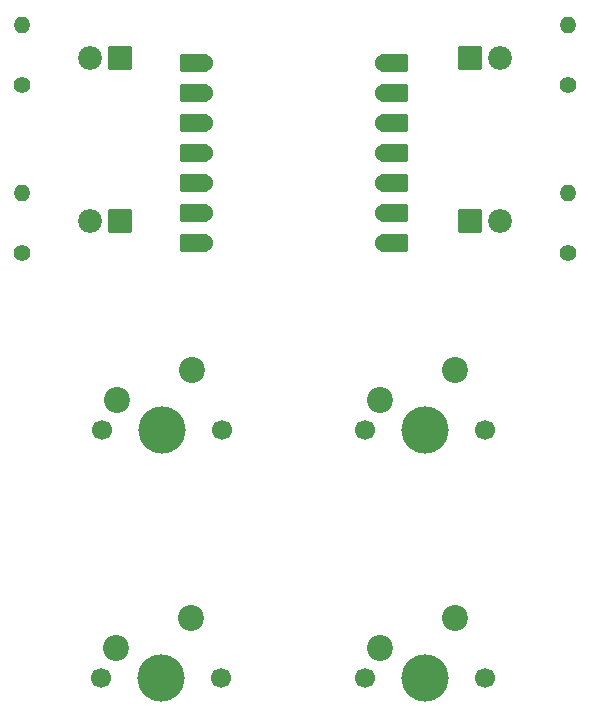
<source format=gbr>
%TF.GenerationSoftware,KiCad,Pcbnew,8.0.9-1.fc40*%
%TF.CreationDate,2025-07-05T11:51:32+08:00*%
%TF.ProjectId,pcb,7063622e-6b69-4636-9164-5f7063625858,rev?*%
%TF.SameCoordinates,Original*%
%TF.FileFunction,Soldermask,Top*%
%TF.FilePolarity,Negative*%
%FSLAX46Y46*%
G04 Gerber Fmt 4.6, Leading zero omitted, Abs format (unit mm)*
G04 Created by KiCad (PCBNEW 8.0.9-1.fc40) date 2025-07-05 11:51:32*
%MOMM*%
%LPD*%
G01*
G04 APERTURE LIST*
G04 Aperture macros list*
%AMRoundRect*
0 Rectangle with rounded corners*
0 $1 Rounding radius*
0 $2 $3 $4 $5 $6 $7 $8 $9 X,Y pos of 4 corners*
0 Add a 4 corners polygon primitive as box body*
4,1,4,$2,$3,$4,$5,$6,$7,$8,$9,$2,$3,0*
0 Add four circle primitives for the rounded corners*
1,1,$1+$1,$2,$3*
1,1,$1+$1,$4,$5*
1,1,$1+$1,$6,$7*
1,1,$1+$1,$8,$9*
0 Add four rect primitives between the rounded corners*
20,1,$1+$1,$2,$3,$4,$5,0*
20,1,$1+$1,$4,$5,$6,$7,0*
20,1,$1+$1,$6,$7,$8,$9,0*
20,1,$1+$1,$8,$9,$2,$3,0*%
G04 Aperture macros list end*
%ADD10C,2.200000*%
%ADD11C,1.700000*%
%ADD12C,4.000000*%
%ADD13RoundRect,0.102000X-0.907500X-0.907500X0.907500X-0.907500X0.907500X0.907500X-0.907500X0.907500X0*%
%ADD14C,2.019000*%
%ADD15O,1.400000X1.400000*%
%ADD16C,1.400000*%
%ADD17RoundRect,0.102000X0.907500X0.907500X-0.907500X0.907500X-0.907500X-0.907500X0.907500X-0.907500X0*%
%ADD18RoundRect,0.152400X-1.063600X-0.609600X1.063600X-0.609600X1.063600X0.609600X-1.063600X0.609600X0*%
%ADD19C,1.524000*%
%ADD20RoundRect,0.152400X1.063600X0.609600X-1.063600X0.609600X-1.063600X-0.609600X1.063600X-0.609600X0*%
G04 APERTURE END LIST*
D10*
%TO.C,SW3*%
X237490000Y-103460000D03*
X243840000Y-100920000D03*
D11*
X246380000Y-106000000D03*
D12*
X241300000Y-106000000D03*
D11*
X236220000Y-106000000D03*
%TD*%
D13*
%TO.C,D4*%
X267460000Y-67250000D03*
D14*
X270000000Y-67250000D03*
%TD*%
%TO.C,D2*%
X270000000Y-53500000D03*
D13*
X267460000Y-53500000D03*
%TD*%
D15*
%TO.C,R2*%
X275710000Y-50670000D03*
D16*
X275710000Y-55750000D03*
%TD*%
D14*
%TO.C,D3*%
X235230000Y-67250000D03*
D17*
X237770000Y-67250000D03*
%TD*%
D11*
%TO.C,SW4*%
X258570000Y-106000000D03*
D12*
X263650000Y-106000000D03*
D11*
X268730000Y-106000000D03*
D10*
X266190000Y-100920000D03*
X259840000Y-103460000D03*
%TD*%
D15*
%TO.C,R1*%
X229520000Y-50670000D03*
D16*
X229520000Y-55750000D03*
%TD*%
D14*
%TO.C,D1*%
X235230000Y-53500000D03*
D17*
X237770000Y-53500000D03*
%TD*%
D15*
%TO.C,R3*%
X229520000Y-64920000D03*
D16*
X229520000Y-70000000D03*
%TD*%
%TO.C,R4*%
X275710000Y-70000000D03*
D15*
X275710000Y-64920000D03*
%TD*%
D11*
%TO.C,SW1*%
X236300000Y-85000000D03*
D12*
X241380000Y-85000000D03*
D11*
X246460000Y-85000000D03*
D10*
X243920000Y-79920000D03*
X237570000Y-82460000D03*
%TD*%
%TO.C,SW2*%
X259840000Y-82460000D03*
X266190000Y-79920000D03*
D11*
X268730000Y-85000000D03*
D12*
X263650000Y-85000000D03*
D11*
X258570000Y-85000000D03*
%TD*%
D18*
%TO.C,U1*%
X260955000Y-53880000D03*
D19*
X260120000Y-53880000D03*
D18*
X260955000Y-56420000D03*
D19*
X260120000Y-56420000D03*
D18*
X260955000Y-58960000D03*
D19*
X260120000Y-58960000D03*
D18*
X260955000Y-61500000D03*
D19*
X260120000Y-61500000D03*
D18*
X260955000Y-64040000D03*
D19*
X260120000Y-64040000D03*
D18*
X260955000Y-66580000D03*
D19*
X260120000Y-66580000D03*
D18*
X260955000Y-69120000D03*
D19*
X260120000Y-69120000D03*
X244880000Y-69120000D03*
D20*
X244045000Y-69120000D03*
D19*
X244880000Y-66580000D03*
D20*
X244045000Y-66580000D03*
D19*
X244880000Y-64040000D03*
D20*
X244045000Y-64040000D03*
D19*
X244880000Y-61500000D03*
D20*
X244045000Y-61500000D03*
D19*
X244880000Y-58960000D03*
D20*
X244045000Y-58960000D03*
D19*
X244880000Y-56420000D03*
D20*
X244045000Y-56420000D03*
D19*
X244880000Y-53880000D03*
D20*
X244045000Y-53880000D03*
%TD*%
M02*

</source>
